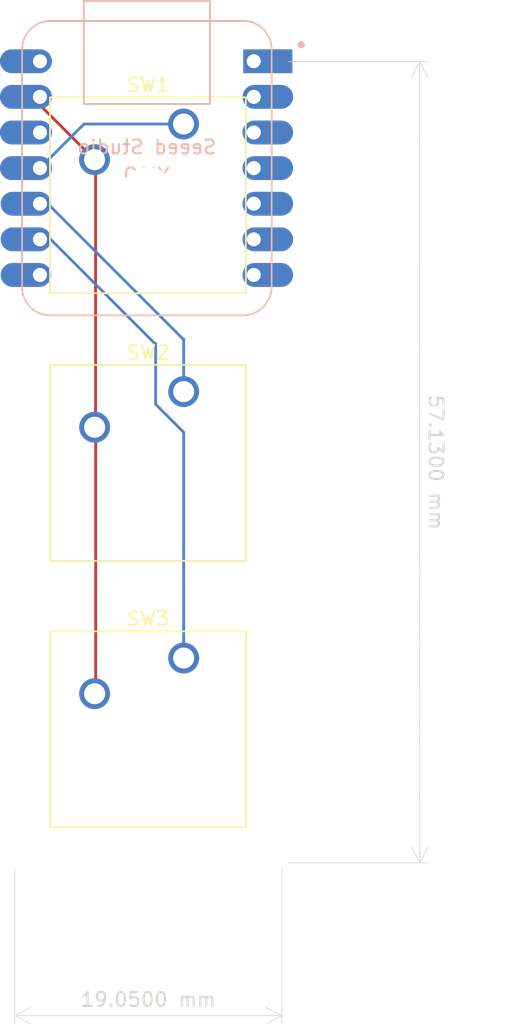
<source format=kicad_pcb>
(kicad_pcb (version 20240108) (generator "pcbnew") (generator_version "8.0")
  (layers (0 "F.Cu" signal) (31 "B.Cu" signal) (34 "B.Paste" user) (35 "F.Paste" user) (36 "B.SilkS" user "B.Silkscreen") (37 "F.SilkS" user "F.Silkscreen") (38 "B.Mask" user) (39 "F.Mask" user) (44 "Edge.Cuts" user))
  (net 0 "")
  (net 1 "Net-(U1-PA6_A10_D10_MOSI)")
  (net 2 "GND")
  (net 3 "Net-(U1-PA5_A9_D9_MISO)")
  (net 4 "Net-(U1-PA7_A8_D8_SCK)")
  (footprint "Button_Switch_Keyboard:SW_Cherry_MX_1.00u_PCB" (layer "F.Cu") (at 152 88.5)
    (property "Reference" "SW2" (at -2.54 -2.794 0) (layer "F.SilkS"))
    (property "Value" "SW_Push")
    (fp_line (start -9.525 -1.905) (end 4.445 -1.905) (stroke (width 0.12)) (layer "F.SilkS"))
    (fp_line (start -9.525 12.065) (end -9.525 -1.905) (stroke (width 0.12)) (layer "F.SilkS"))
    (fp_line (start 4.445 -1.905) (end 4.445 12.065) (stroke (width 0.12)) (layer "F.SilkS"))
    (fp_line (start 4.445 12.065) (end -9.525 12.065) (stroke (width 0.12)) (layer "F.SilkS"))
    (pad "" np_thru_hole circle (at -7.62 5.08) (size 1.7 1.7) (drill 1.7) (layers "*.Cu" "*.Mask"))
    (pad "" np_thru_hole circle (at -2.54 5.08) (size 4 4) (drill 4) (layers "*.Cu" "*.Mask"))
    (pad "" np_thru_hole circle (at 2.54 5.08) (size 1.7 1.7) (drill 1.7) (layers "*.Cu" "*.Mask"))
    (pad "1" thru_hole circle (at 0 0) (size 2.2 2.2) (drill 1.5) (layers "*.Cu" "*.Mask") (net 3 "Net-(U1-PA5_A9_D9_MISO)"))
    (pad "2" thru_hole circle (at -6.35 2.54) (size 2.2 2.2) (drill 1.5) (layers "*.Cu" "*.Mask") (net 2 "GND"))
  )
  (footprint "Button_Switch_Keyboard:SW_Cherry_MX_1.00u_PCB" (layer "F.Cu") (at 152 107.5)
    (property "Reference" "SW3" (at -2.54 -2.794 0) (layer "F.SilkS"))
    (property "Value" "SW_Push")
    (fp_line (start -9.525 -1.905) (end 4.445 -1.905) (stroke (width 0.12)) (layer "F.SilkS"))
    (fp_line (start -9.525 12.065) (end -9.525 -1.905) (stroke (width 0.12)) (layer "F.SilkS"))
    (fp_line (start 4.445 -1.905) (end 4.445 12.065) (stroke (width 0.12)) (layer "F.SilkS"))
    (fp_line (start 4.445 12.065) (end -9.525 12.065) (stroke (width 0.12)) (layer "F.SilkS"))
    (pad "" np_thru_hole circle (at -7.62 5.08) (size 1.7 1.7) (drill 1.7) (layers "*.Cu" "*.Mask"))
    (pad "" np_thru_hole circle (at -2.54 5.08) (size 4 4) (drill 4) (layers "*.Cu" "*.Mask"))
    (pad "" np_thru_hole circle (at 2.54 5.08) (size 1.7 1.7) (drill 1.7) (layers "*.Cu" "*.Mask"))
    (pad "1" thru_hole circle (at 0 0) (size 2.2 2.2) (drill 1.5) (layers "*.Cu" "*.Mask") (net 4 "Net-(U1-PA7_A8_D8_SCK)"))
    (pad "2" thru_hole circle (at -6.35 2.54) (size 2.2 2.2) (drill 1.5) (layers "*.Cu" "*.Mask") (net 2 "GND"))
  )
  (footprint "Button_Switch_Keyboard:SW_Cherry_MX_1.00u_PCB" (layer "F.Cu") (at 151.991 69.42)
    (property "Reference" "SW1" (at -2.54 -2.794 0) (layer "F.SilkS"))
    (property "Value" "SW_Push")
    (fp_line (start -9.525 -1.905) (end 4.445 -1.905) (stroke (width 0.12)) (layer "F.SilkS"))
    (fp_line (start -9.525 12.065) (end -9.525 -1.905) (stroke (width 0.12)) (layer "F.SilkS"))
    (fp_line (start 4.445 -1.905) (end 4.445 12.065) (stroke (width 0.12)) (layer "F.SilkS"))
    (fp_line (start 4.445 12.065) (end -9.525 12.065) (stroke (width 0.12)) (layer "F.SilkS"))
    (pad "" np_thru_hole circle (at -7.62 5.08) (size 1.7 1.7) (drill 1.7) (layers "*.Cu" "*.Mask"))
    (pad "" np_thru_hole circle (at -2.54 5.08) (size 4 4) (drill 4) (layers "*.Cu" "*.Mask"))
    (pad "" np_thru_hole circle (at 2.54 5.08) (size 1.7 1.7) (drill 1.7) (layers "*.Cu" "*.Mask"))
    (pad "1" thru_hole circle (at 0 0) (size 2.2 2.2) (drill 1.5) (layers "*.Cu" "*.Mask") (net 1 "Net-(U1-PA6_A10_D10_MOSI)"))
    (pad "2" thru_hole circle (at -6.35 2.54) (size 2.2 2.2) (drill 1.5) (layers "*.Cu" "*.Mask") (net 2 "GND"))
  )
  (footprint "footprints:XIAO-Generic-Hybrid-14P-2.54-21X17.8MM" (layer "B.Cu") (at 149.375 72.56253 180)
    (property "Reference" "U1" (at 0 -2.54 0) (layer "B.SilkS") (effects (font (size 0.889 0.889) (thickness 0.1016)) (justify mirror)))
    (property "Value" "MOUDLE-SEEEDUINO-XIAO" (hide yes))
    (fp_line (start 8.9 8.5) (end 8.9 -8.5) (stroke (width 0.127)) (layer "B.SilkS"))
    (fp_line (start 6.9 -10.5) (end -6.9 -10.5) (stroke (width 0.127)) (layer "B.SilkS"))
    (fp_line (start 4.5 11.92403) (end -4.5 11.92403) (stroke (width 0.127)) (layer "B.SilkS"))
    (fp_line (start 4.5 4.57073) (end 4.5 11.92403) (stroke (width 0.127)) (layer "B.SilkS"))
    (fp_line (start -4.5 11.92403) (end -4.5 4.57073) (stroke (width 0.127)) (layer "B.SilkS"))
    (fp_line (start -4.5 4.57073) (end 4.5 4.57073) (stroke (width 0.127)) (layer "B.SilkS"))
    (fp_line (start -6.9 10.49909) (end 6.9 10.49909) (stroke (width 0.127)) (layer "B.SilkS"))
    (fp_line (start -8.9 -8.5) (end -8.9 8.5) (stroke (width 0.127)) (layer "B.SilkS"))
    (fp_arc (start 8.9 8.5) (mid 8.301492 9.901492) (end 6.9 10.5) (stroke (width 0.12)) (layer "B.SilkS"))
    (fp_arc (start 6.9 -10.5) (mid 8.314214 -9.914214) (end 8.9 -8.5) (stroke (width 0.12)) (layer "B.SilkS"))
    (fp_arc (start -6.9 10.5) (mid -8.301491 9.901491) (end -8.9 8.5) (stroke (width 0.12)) (layer "B.SilkS"))
    (fp_arc (start -8.9 -8.5) (mid -8.301423 -9.901423) (end -6.9 -10.5) (stroke (width 0.12)) (layer "B.SilkS"))
    (fp_circle (center -11 8.8) (end -11 9.054) (fill solid) (layer "B.SilkS"))
    (fp_poly (pts (xy -8.887715 8.561705) (xy -8.884667 8.610473) (xy -8.880603 8.659494)) (stroke (width 0.0254)) (fill none) (layer "B.SilkS"))
    (fp_poly (pts (xy 8.889492 -8.521574) (xy 8.887713 -8.57085) (xy 8.884665 -8.619618) (xy 8.880601 -8.668639) (xy 8.875268 -8.717407) (xy 8.868664 -8.766175) (xy 8.861044 -8.81469) (xy 8.852153 -8.86295) (xy 8.842248 -8.910955)) (stroke (width 0.0254)) (fill none) (layer "B.SilkS"))
    (fp_text user "XIAO" (at 0 -0.5 0) (layer "B.SilkS") (effects (justify mirror)))
    (fp_text user "Seeed Studio" (at 0 1.5 0) (layer "B.SilkS") (effects (justify mirror)))
    (pad "1" thru_hole rect (at -7.625 7.62 180) (size 3.5 1.7) (drill 1 (offset -1 0)) (layers "*.Cu" "*.Mask"))
    (pad "2" thru_hole oval (at -7.625 5.08 180) (size 3.6 1.7) (drill 1 (offset -1 0)) (layers "*.Cu" "*.Mask"))
    (pad "3" thru_hole oval (at -7.625 2.54 180) (size 3.6 1.7) (drill 1 (offset -1 0)) (layers "*.Cu" "*.Mask"))
    (pad "4" thru_hole oval (at -7.625 0 180) (size 3.6 1.7) (drill 1 (offset -1 0)) (layers "*.Cu" "*.Mask"))
    (pad "5" thru_hole oval (at -7.625 -2.54 180) (size 3.6 1.7) (drill 1 (offset -1 0)) (layers "*.Cu" "*.Mask"))
    (pad "6" thru_hole oval (at -7.625 -5.08) (size 3.6 1.7) (drill 1 (offset 1 0)) (layers "*.Cu" "*.Mask"))
    (pad "7" thru_hole oval (at -7.625 -7.62 180) (size 3.6 1.7) (drill 1 (offset -1 0)) (layers "*.Cu" "*.Mask"))
    (pad "8" thru_hole oval (at 7.625 -7.62 180) (size 3.6 1.7) (drill 1 (offset 1 0)) (layers "*.Cu" "*.Mask"))
    (pad "9" thru_hole oval (at 7.625 -5.08 180) (size 3.6 1.7) (drill 1 (offset 1 0)) (layers "*.Cu" "*.Mask") (net 4 "Net-(U1-PA7_A8_D8_SCK)"))
    (pad "10" thru_hole oval (at 7.625 -2.54 180) (size 3.6 1.7) (drill 1 (offset 1 0)) (layers "*.Cu" "*.Mask") (net 3 "Net-(U1-PA5_A9_D9_MISO)"))
    (pad "11" thru_hole oval (at 7.625 0 180) (size 3.7 1.7) (drill 1 (offset 1 0)) (layers "*.Cu" "*.Mask") (net 1 "Net-(U1-PA6_A10_D10_MOSI)"))
    (pad "12" thru_hole oval (at 7.625 2.54 180) (size 3.7 1.7) (drill 1 (offset 1 0)) (layers "*.Cu" "*.Mask"))
    (pad "13" thru_hole oval (at 7.625 5.08 180) (size 3.7 1.7) (drill 1 (offset 1 0)) (layers "*.Cu" "*.Mask") (net 2 "GND"))
    (pad "14" thru_hole oval (at 7.625 7.62 180) (size 3.7 1.7) (drill 1 (offset 1 0)) (layers "*.Cu" "*.Mask"))
  )
  (dimension (type aligned) (layer "Edge.Cuts") (pts (xy 139.95 122.025) (xy 159 122.025)) (height 10.975) (gr_text "19.0500 mm" (at 149.475 131.85 0) (layer "Edge.Cuts") (effects (font (size 1 1) (thickness 0.15)))) (format (prefix "") (suffix "") (units 3) (units_format 1) (precision 4)) (style (thickness 0.05) (arrow_length 1.27) (text_position_mode 0) (extension_height 0.58642) (extension_offset 0.5) keep_text_aligned))
  (dimension (type aligned) (layer "Edge.Cuts") (pts (xy 158.976 64.975) (xy 158.985 122.105)) (height -9.856424) (gr_text "57.1300 mm" (at 169.986924 93.538266 270.0090261) (layer "Edge.Cuts") (effects (font (size 1 1) (thickness 0.15)))) (format (prefix "") (suffix "") (units 3) (units_format 1) (precision 4)) (style (thickness 0.05) (arrow_length 1.27) (text_position_mode 0) (extension_height 0.58642) (extension_offset 0.5) keep_text_aligned))
  (segment (start 144.89253 69.42) (end 141.75 72.56253) (width 0.2) (layer "B.Cu") (net 1))
  (segment (start 151.991 69.42) (end 144.89253 69.42) (width 0.2) (layer "B.Cu") (net 1))
  (segment (start 145.726 90.59747) (end 145.726 110.05747) (width 0.2) (layer "F.Cu") (net 2))
  (segment (start 145.77247 71.96) (end 145.875 72.06253) (width 0.2) (layer "F.Cu") (net 2))
  (segment (start 145.641 71.96) (end 141.75 68.069) (width 0.2) (layer "F.Cu") (net 2))
  (segment (start 145.717 90.924) (end 145.717 71.47747) (width 0.2) (layer "F.Cu") (net 2))
  (segment (start 141.75 68.069) (end 141.75 67.48253) (width 0.2) (layer "F.Cu") (net 2))
  (segment (start 145.65 91.04) (end 145.61 91.08) (width 0.2) (layer "F.Cu") (net 2))
  (segment (start 145.641 71.96) (end 145.77247 71.96) (width 0.2) (layer "F.Cu") (net 2))
  (segment (start 145.65 91.04) (end 145.766 90.924) (width 0.2) (layer "F.Cu") (net 2))
  (segment (start 152 88.5) (end 152 84.745) (width 0.2) (layer "B.Cu") (net 3))
  (segment (start 151.951 84.745) (end 141.826 74.62) (width 0.2) (layer "B.Cu") (net 3))
  (segment (start 151.96 91.36) (end 150 89.4) (width 0.2) (layer "B.Cu") (net 4))
  (segment (start 150 89.4) (end 150 85.08) (width 0.2) (layer "B.Cu") (net 4))
  (segment (start 141.955 77.64253) (end 141.75 77.64253) (width 0.2) (layer "B.Cu") (net 4))
  (segment (start 152 107.44147) (end 152 91.4) (width 0.2) (layer "B.Cu") (net 4))
  (segment (start 152.076 107.51747) (end 152 107.44147) (width 0.2) (layer "B.Cu") (net 4))
  (segment (start 149.951 85.08) (end 142.031 77.16) (width 0.2) (layer "B.Cu") (net 4))
  (segment (start 152 91.4) (end 151.96 91.36) (width 0.2) (layer "B.Cu") (net 4))
)
</source>
